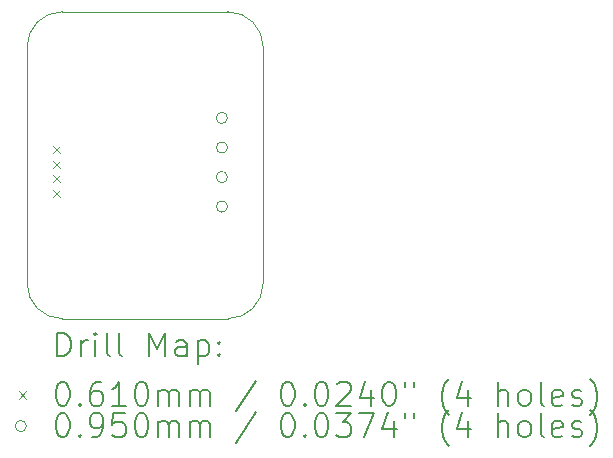
<source format=gbr>
%TF.GenerationSoftware,KiCad,Pcbnew,7.0.8*%
%TF.CreationDate,2023-12-02T16:25:20-07:00*%
%TF.ProjectId,loadcelladapter,6c6f6164-6365-46c6-9c61-646170746572,v1*%
%TF.SameCoordinates,Original*%
%TF.FileFunction,Drillmap*%
%TF.FilePolarity,Positive*%
%FSLAX45Y45*%
G04 Gerber Fmt 4.5, Leading zero omitted, Abs format (unit mm)*
G04 Created by KiCad (PCBNEW 7.0.8) date 2023-12-02 16:25:20*
%MOMM*%
%LPD*%
G01*
G04 APERTURE LIST*
%ADD10C,0.100000*%
%ADD11C,0.200000*%
%ADD12C,0.060960*%
%ADD13C,0.095000*%
G04 APERTURE END LIST*
D10*
X14100000Y-10600000D02*
X15500000Y-10600000D01*
X15800000Y-10900000D02*
X15800000Y-12900000D01*
X15500000Y-13200000D02*
X14100000Y-13200000D01*
X15500000Y-13200000D02*
G75*
G03*
X15800000Y-12900000I0J300000D01*
G01*
X14100000Y-10600000D02*
G75*
G03*
X13800000Y-10900000I0J-300000D01*
G01*
X13800000Y-12900000D02*
X13800000Y-10900000D01*
X15800000Y-10900000D02*
G75*
G03*
X15500000Y-10600000I-300000J0D01*
G01*
X13800000Y-12900000D02*
G75*
G03*
X14100000Y-13200000I300000J0D01*
G01*
D11*
D12*
X14019030Y-11735360D02*
X14079990Y-11796320D01*
X14079990Y-11735360D02*
X14019030Y-11796320D01*
X14019030Y-11860360D02*
X14079990Y-11921320D01*
X14079990Y-11860360D02*
X14019030Y-11921320D01*
X14019030Y-11985360D02*
X14079990Y-12046320D01*
X14079990Y-11985360D02*
X14019030Y-12046320D01*
X14019030Y-12110360D02*
X14079990Y-12171320D01*
X14079990Y-12110360D02*
X14019030Y-12171320D01*
D13*
X15497500Y-11500000D02*
G75*
G03*
X15497500Y-11500000I-47500J0D01*
G01*
X15497500Y-11750000D02*
G75*
G03*
X15497500Y-11750000I-47500J0D01*
G01*
X15497500Y-12000000D02*
G75*
G03*
X15497500Y-12000000I-47500J0D01*
G01*
X15497500Y-12250000D02*
G75*
G03*
X15497500Y-12250000I-47500J0D01*
G01*
D11*
X14055777Y-13516484D02*
X14055777Y-13316484D01*
X14055777Y-13316484D02*
X14103396Y-13316484D01*
X14103396Y-13316484D02*
X14131967Y-13326008D01*
X14131967Y-13326008D02*
X14151015Y-13345055D01*
X14151015Y-13345055D02*
X14160539Y-13364103D01*
X14160539Y-13364103D02*
X14170062Y-13402198D01*
X14170062Y-13402198D02*
X14170062Y-13430769D01*
X14170062Y-13430769D02*
X14160539Y-13468865D01*
X14160539Y-13468865D02*
X14151015Y-13487912D01*
X14151015Y-13487912D02*
X14131967Y-13506960D01*
X14131967Y-13506960D02*
X14103396Y-13516484D01*
X14103396Y-13516484D02*
X14055777Y-13516484D01*
X14255777Y-13516484D02*
X14255777Y-13383150D01*
X14255777Y-13421246D02*
X14265301Y-13402198D01*
X14265301Y-13402198D02*
X14274824Y-13392674D01*
X14274824Y-13392674D02*
X14293872Y-13383150D01*
X14293872Y-13383150D02*
X14312920Y-13383150D01*
X14379586Y-13516484D02*
X14379586Y-13383150D01*
X14379586Y-13316484D02*
X14370062Y-13326008D01*
X14370062Y-13326008D02*
X14379586Y-13335531D01*
X14379586Y-13335531D02*
X14389110Y-13326008D01*
X14389110Y-13326008D02*
X14379586Y-13316484D01*
X14379586Y-13316484D02*
X14379586Y-13335531D01*
X14503396Y-13516484D02*
X14484348Y-13506960D01*
X14484348Y-13506960D02*
X14474824Y-13487912D01*
X14474824Y-13487912D02*
X14474824Y-13316484D01*
X14608158Y-13516484D02*
X14589110Y-13506960D01*
X14589110Y-13506960D02*
X14579586Y-13487912D01*
X14579586Y-13487912D02*
X14579586Y-13316484D01*
X14836729Y-13516484D02*
X14836729Y-13316484D01*
X14836729Y-13316484D02*
X14903396Y-13459341D01*
X14903396Y-13459341D02*
X14970062Y-13316484D01*
X14970062Y-13316484D02*
X14970062Y-13516484D01*
X15151015Y-13516484D02*
X15151015Y-13411722D01*
X15151015Y-13411722D02*
X15141491Y-13392674D01*
X15141491Y-13392674D02*
X15122443Y-13383150D01*
X15122443Y-13383150D02*
X15084348Y-13383150D01*
X15084348Y-13383150D02*
X15065301Y-13392674D01*
X15151015Y-13506960D02*
X15131967Y-13516484D01*
X15131967Y-13516484D02*
X15084348Y-13516484D01*
X15084348Y-13516484D02*
X15065301Y-13506960D01*
X15065301Y-13506960D02*
X15055777Y-13487912D01*
X15055777Y-13487912D02*
X15055777Y-13468865D01*
X15055777Y-13468865D02*
X15065301Y-13449817D01*
X15065301Y-13449817D02*
X15084348Y-13440293D01*
X15084348Y-13440293D02*
X15131967Y-13440293D01*
X15131967Y-13440293D02*
X15151015Y-13430769D01*
X15246253Y-13383150D02*
X15246253Y-13583150D01*
X15246253Y-13392674D02*
X15265301Y-13383150D01*
X15265301Y-13383150D02*
X15303396Y-13383150D01*
X15303396Y-13383150D02*
X15322443Y-13392674D01*
X15322443Y-13392674D02*
X15331967Y-13402198D01*
X15331967Y-13402198D02*
X15341491Y-13421246D01*
X15341491Y-13421246D02*
X15341491Y-13478388D01*
X15341491Y-13478388D02*
X15331967Y-13497436D01*
X15331967Y-13497436D02*
X15322443Y-13506960D01*
X15322443Y-13506960D02*
X15303396Y-13516484D01*
X15303396Y-13516484D02*
X15265301Y-13516484D01*
X15265301Y-13516484D02*
X15246253Y-13506960D01*
X15427205Y-13497436D02*
X15436729Y-13506960D01*
X15436729Y-13506960D02*
X15427205Y-13516484D01*
X15427205Y-13516484D02*
X15417682Y-13506960D01*
X15417682Y-13506960D02*
X15427205Y-13497436D01*
X15427205Y-13497436D02*
X15427205Y-13516484D01*
X15427205Y-13392674D02*
X15436729Y-13402198D01*
X15436729Y-13402198D02*
X15427205Y-13411722D01*
X15427205Y-13411722D02*
X15417682Y-13402198D01*
X15417682Y-13402198D02*
X15427205Y-13392674D01*
X15427205Y-13392674D02*
X15427205Y-13411722D01*
D12*
X13734040Y-13814520D02*
X13795000Y-13875480D01*
X13795000Y-13814520D02*
X13734040Y-13875480D01*
D11*
X14093872Y-13736484D02*
X14112920Y-13736484D01*
X14112920Y-13736484D02*
X14131967Y-13746008D01*
X14131967Y-13746008D02*
X14141491Y-13755531D01*
X14141491Y-13755531D02*
X14151015Y-13774579D01*
X14151015Y-13774579D02*
X14160539Y-13812674D01*
X14160539Y-13812674D02*
X14160539Y-13860293D01*
X14160539Y-13860293D02*
X14151015Y-13898388D01*
X14151015Y-13898388D02*
X14141491Y-13917436D01*
X14141491Y-13917436D02*
X14131967Y-13926960D01*
X14131967Y-13926960D02*
X14112920Y-13936484D01*
X14112920Y-13936484D02*
X14093872Y-13936484D01*
X14093872Y-13936484D02*
X14074824Y-13926960D01*
X14074824Y-13926960D02*
X14065301Y-13917436D01*
X14065301Y-13917436D02*
X14055777Y-13898388D01*
X14055777Y-13898388D02*
X14046253Y-13860293D01*
X14046253Y-13860293D02*
X14046253Y-13812674D01*
X14046253Y-13812674D02*
X14055777Y-13774579D01*
X14055777Y-13774579D02*
X14065301Y-13755531D01*
X14065301Y-13755531D02*
X14074824Y-13746008D01*
X14074824Y-13746008D02*
X14093872Y-13736484D01*
X14246253Y-13917436D02*
X14255777Y-13926960D01*
X14255777Y-13926960D02*
X14246253Y-13936484D01*
X14246253Y-13936484D02*
X14236729Y-13926960D01*
X14236729Y-13926960D02*
X14246253Y-13917436D01*
X14246253Y-13917436D02*
X14246253Y-13936484D01*
X14427205Y-13736484D02*
X14389110Y-13736484D01*
X14389110Y-13736484D02*
X14370062Y-13746008D01*
X14370062Y-13746008D02*
X14360539Y-13755531D01*
X14360539Y-13755531D02*
X14341491Y-13784103D01*
X14341491Y-13784103D02*
X14331967Y-13822198D01*
X14331967Y-13822198D02*
X14331967Y-13898388D01*
X14331967Y-13898388D02*
X14341491Y-13917436D01*
X14341491Y-13917436D02*
X14351015Y-13926960D01*
X14351015Y-13926960D02*
X14370062Y-13936484D01*
X14370062Y-13936484D02*
X14408158Y-13936484D01*
X14408158Y-13936484D02*
X14427205Y-13926960D01*
X14427205Y-13926960D02*
X14436729Y-13917436D01*
X14436729Y-13917436D02*
X14446253Y-13898388D01*
X14446253Y-13898388D02*
X14446253Y-13850769D01*
X14446253Y-13850769D02*
X14436729Y-13831722D01*
X14436729Y-13831722D02*
X14427205Y-13822198D01*
X14427205Y-13822198D02*
X14408158Y-13812674D01*
X14408158Y-13812674D02*
X14370062Y-13812674D01*
X14370062Y-13812674D02*
X14351015Y-13822198D01*
X14351015Y-13822198D02*
X14341491Y-13831722D01*
X14341491Y-13831722D02*
X14331967Y-13850769D01*
X14636729Y-13936484D02*
X14522443Y-13936484D01*
X14579586Y-13936484D02*
X14579586Y-13736484D01*
X14579586Y-13736484D02*
X14560539Y-13765055D01*
X14560539Y-13765055D02*
X14541491Y-13784103D01*
X14541491Y-13784103D02*
X14522443Y-13793627D01*
X14760539Y-13736484D02*
X14779586Y-13736484D01*
X14779586Y-13736484D02*
X14798634Y-13746008D01*
X14798634Y-13746008D02*
X14808158Y-13755531D01*
X14808158Y-13755531D02*
X14817682Y-13774579D01*
X14817682Y-13774579D02*
X14827205Y-13812674D01*
X14827205Y-13812674D02*
X14827205Y-13860293D01*
X14827205Y-13860293D02*
X14817682Y-13898388D01*
X14817682Y-13898388D02*
X14808158Y-13917436D01*
X14808158Y-13917436D02*
X14798634Y-13926960D01*
X14798634Y-13926960D02*
X14779586Y-13936484D01*
X14779586Y-13936484D02*
X14760539Y-13936484D01*
X14760539Y-13936484D02*
X14741491Y-13926960D01*
X14741491Y-13926960D02*
X14731967Y-13917436D01*
X14731967Y-13917436D02*
X14722443Y-13898388D01*
X14722443Y-13898388D02*
X14712920Y-13860293D01*
X14712920Y-13860293D02*
X14712920Y-13812674D01*
X14712920Y-13812674D02*
X14722443Y-13774579D01*
X14722443Y-13774579D02*
X14731967Y-13755531D01*
X14731967Y-13755531D02*
X14741491Y-13746008D01*
X14741491Y-13746008D02*
X14760539Y-13736484D01*
X14912920Y-13936484D02*
X14912920Y-13803150D01*
X14912920Y-13822198D02*
X14922443Y-13812674D01*
X14922443Y-13812674D02*
X14941491Y-13803150D01*
X14941491Y-13803150D02*
X14970063Y-13803150D01*
X14970063Y-13803150D02*
X14989110Y-13812674D01*
X14989110Y-13812674D02*
X14998634Y-13831722D01*
X14998634Y-13831722D02*
X14998634Y-13936484D01*
X14998634Y-13831722D02*
X15008158Y-13812674D01*
X15008158Y-13812674D02*
X15027205Y-13803150D01*
X15027205Y-13803150D02*
X15055777Y-13803150D01*
X15055777Y-13803150D02*
X15074824Y-13812674D01*
X15074824Y-13812674D02*
X15084348Y-13831722D01*
X15084348Y-13831722D02*
X15084348Y-13936484D01*
X15179586Y-13936484D02*
X15179586Y-13803150D01*
X15179586Y-13822198D02*
X15189110Y-13812674D01*
X15189110Y-13812674D02*
X15208158Y-13803150D01*
X15208158Y-13803150D02*
X15236729Y-13803150D01*
X15236729Y-13803150D02*
X15255777Y-13812674D01*
X15255777Y-13812674D02*
X15265301Y-13831722D01*
X15265301Y-13831722D02*
X15265301Y-13936484D01*
X15265301Y-13831722D02*
X15274824Y-13812674D01*
X15274824Y-13812674D02*
X15293872Y-13803150D01*
X15293872Y-13803150D02*
X15322443Y-13803150D01*
X15322443Y-13803150D02*
X15341491Y-13812674D01*
X15341491Y-13812674D02*
X15351015Y-13831722D01*
X15351015Y-13831722D02*
X15351015Y-13936484D01*
X15741491Y-13726960D02*
X15570063Y-13984103D01*
X15998634Y-13736484D02*
X16017682Y-13736484D01*
X16017682Y-13736484D02*
X16036729Y-13746008D01*
X16036729Y-13746008D02*
X16046253Y-13755531D01*
X16046253Y-13755531D02*
X16055777Y-13774579D01*
X16055777Y-13774579D02*
X16065301Y-13812674D01*
X16065301Y-13812674D02*
X16065301Y-13860293D01*
X16065301Y-13860293D02*
X16055777Y-13898388D01*
X16055777Y-13898388D02*
X16046253Y-13917436D01*
X16046253Y-13917436D02*
X16036729Y-13926960D01*
X16036729Y-13926960D02*
X16017682Y-13936484D01*
X16017682Y-13936484D02*
X15998634Y-13936484D01*
X15998634Y-13936484D02*
X15979586Y-13926960D01*
X15979586Y-13926960D02*
X15970063Y-13917436D01*
X15970063Y-13917436D02*
X15960539Y-13898388D01*
X15960539Y-13898388D02*
X15951015Y-13860293D01*
X15951015Y-13860293D02*
X15951015Y-13812674D01*
X15951015Y-13812674D02*
X15960539Y-13774579D01*
X15960539Y-13774579D02*
X15970063Y-13755531D01*
X15970063Y-13755531D02*
X15979586Y-13746008D01*
X15979586Y-13746008D02*
X15998634Y-13736484D01*
X16151015Y-13917436D02*
X16160539Y-13926960D01*
X16160539Y-13926960D02*
X16151015Y-13936484D01*
X16151015Y-13936484D02*
X16141491Y-13926960D01*
X16141491Y-13926960D02*
X16151015Y-13917436D01*
X16151015Y-13917436D02*
X16151015Y-13936484D01*
X16284348Y-13736484D02*
X16303396Y-13736484D01*
X16303396Y-13736484D02*
X16322444Y-13746008D01*
X16322444Y-13746008D02*
X16331967Y-13755531D01*
X16331967Y-13755531D02*
X16341491Y-13774579D01*
X16341491Y-13774579D02*
X16351015Y-13812674D01*
X16351015Y-13812674D02*
X16351015Y-13860293D01*
X16351015Y-13860293D02*
X16341491Y-13898388D01*
X16341491Y-13898388D02*
X16331967Y-13917436D01*
X16331967Y-13917436D02*
X16322444Y-13926960D01*
X16322444Y-13926960D02*
X16303396Y-13936484D01*
X16303396Y-13936484D02*
X16284348Y-13936484D01*
X16284348Y-13936484D02*
X16265301Y-13926960D01*
X16265301Y-13926960D02*
X16255777Y-13917436D01*
X16255777Y-13917436D02*
X16246253Y-13898388D01*
X16246253Y-13898388D02*
X16236729Y-13860293D01*
X16236729Y-13860293D02*
X16236729Y-13812674D01*
X16236729Y-13812674D02*
X16246253Y-13774579D01*
X16246253Y-13774579D02*
X16255777Y-13755531D01*
X16255777Y-13755531D02*
X16265301Y-13746008D01*
X16265301Y-13746008D02*
X16284348Y-13736484D01*
X16427206Y-13755531D02*
X16436729Y-13746008D01*
X16436729Y-13746008D02*
X16455777Y-13736484D01*
X16455777Y-13736484D02*
X16503396Y-13736484D01*
X16503396Y-13736484D02*
X16522444Y-13746008D01*
X16522444Y-13746008D02*
X16531967Y-13755531D01*
X16531967Y-13755531D02*
X16541491Y-13774579D01*
X16541491Y-13774579D02*
X16541491Y-13793627D01*
X16541491Y-13793627D02*
X16531967Y-13822198D01*
X16531967Y-13822198D02*
X16417682Y-13936484D01*
X16417682Y-13936484D02*
X16541491Y-13936484D01*
X16712920Y-13803150D02*
X16712920Y-13936484D01*
X16665301Y-13726960D02*
X16617682Y-13869817D01*
X16617682Y-13869817D02*
X16741491Y-13869817D01*
X16855777Y-13736484D02*
X16874825Y-13736484D01*
X16874825Y-13736484D02*
X16893872Y-13746008D01*
X16893872Y-13746008D02*
X16903396Y-13755531D01*
X16903396Y-13755531D02*
X16912920Y-13774579D01*
X16912920Y-13774579D02*
X16922444Y-13812674D01*
X16922444Y-13812674D02*
X16922444Y-13860293D01*
X16922444Y-13860293D02*
X16912920Y-13898388D01*
X16912920Y-13898388D02*
X16903396Y-13917436D01*
X16903396Y-13917436D02*
X16893872Y-13926960D01*
X16893872Y-13926960D02*
X16874825Y-13936484D01*
X16874825Y-13936484D02*
X16855777Y-13936484D01*
X16855777Y-13936484D02*
X16836729Y-13926960D01*
X16836729Y-13926960D02*
X16827206Y-13917436D01*
X16827206Y-13917436D02*
X16817682Y-13898388D01*
X16817682Y-13898388D02*
X16808158Y-13860293D01*
X16808158Y-13860293D02*
X16808158Y-13812674D01*
X16808158Y-13812674D02*
X16817682Y-13774579D01*
X16817682Y-13774579D02*
X16827206Y-13755531D01*
X16827206Y-13755531D02*
X16836729Y-13746008D01*
X16836729Y-13746008D02*
X16855777Y-13736484D01*
X16998634Y-13736484D02*
X16998634Y-13774579D01*
X17074825Y-13736484D02*
X17074825Y-13774579D01*
X17370063Y-14012674D02*
X17360539Y-14003150D01*
X17360539Y-14003150D02*
X17341491Y-13974579D01*
X17341491Y-13974579D02*
X17331968Y-13955531D01*
X17331968Y-13955531D02*
X17322444Y-13926960D01*
X17322444Y-13926960D02*
X17312920Y-13879341D01*
X17312920Y-13879341D02*
X17312920Y-13841246D01*
X17312920Y-13841246D02*
X17322444Y-13793627D01*
X17322444Y-13793627D02*
X17331968Y-13765055D01*
X17331968Y-13765055D02*
X17341491Y-13746008D01*
X17341491Y-13746008D02*
X17360539Y-13717436D01*
X17360539Y-13717436D02*
X17370063Y-13707912D01*
X17531968Y-13803150D02*
X17531968Y-13936484D01*
X17484349Y-13726960D02*
X17436730Y-13869817D01*
X17436730Y-13869817D02*
X17560539Y-13869817D01*
X17789111Y-13936484D02*
X17789111Y-13736484D01*
X17874825Y-13936484D02*
X17874825Y-13831722D01*
X17874825Y-13831722D02*
X17865301Y-13812674D01*
X17865301Y-13812674D02*
X17846253Y-13803150D01*
X17846253Y-13803150D02*
X17817682Y-13803150D01*
X17817682Y-13803150D02*
X17798634Y-13812674D01*
X17798634Y-13812674D02*
X17789111Y-13822198D01*
X17998634Y-13936484D02*
X17979587Y-13926960D01*
X17979587Y-13926960D02*
X17970063Y-13917436D01*
X17970063Y-13917436D02*
X17960539Y-13898388D01*
X17960539Y-13898388D02*
X17960539Y-13841246D01*
X17960539Y-13841246D02*
X17970063Y-13822198D01*
X17970063Y-13822198D02*
X17979587Y-13812674D01*
X17979587Y-13812674D02*
X17998634Y-13803150D01*
X17998634Y-13803150D02*
X18027206Y-13803150D01*
X18027206Y-13803150D02*
X18046253Y-13812674D01*
X18046253Y-13812674D02*
X18055777Y-13822198D01*
X18055777Y-13822198D02*
X18065301Y-13841246D01*
X18065301Y-13841246D02*
X18065301Y-13898388D01*
X18065301Y-13898388D02*
X18055777Y-13917436D01*
X18055777Y-13917436D02*
X18046253Y-13926960D01*
X18046253Y-13926960D02*
X18027206Y-13936484D01*
X18027206Y-13936484D02*
X17998634Y-13936484D01*
X18179587Y-13936484D02*
X18160539Y-13926960D01*
X18160539Y-13926960D02*
X18151015Y-13907912D01*
X18151015Y-13907912D02*
X18151015Y-13736484D01*
X18331968Y-13926960D02*
X18312920Y-13936484D01*
X18312920Y-13936484D02*
X18274825Y-13936484D01*
X18274825Y-13936484D02*
X18255777Y-13926960D01*
X18255777Y-13926960D02*
X18246253Y-13907912D01*
X18246253Y-13907912D02*
X18246253Y-13831722D01*
X18246253Y-13831722D02*
X18255777Y-13812674D01*
X18255777Y-13812674D02*
X18274825Y-13803150D01*
X18274825Y-13803150D02*
X18312920Y-13803150D01*
X18312920Y-13803150D02*
X18331968Y-13812674D01*
X18331968Y-13812674D02*
X18341492Y-13831722D01*
X18341492Y-13831722D02*
X18341492Y-13850769D01*
X18341492Y-13850769D02*
X18246253Y-13869817D01*
X18417682Y-13926960D02*
X18436730Y-13936484D01*
X18436730Y-13936484D02*
X18474825Y-13936484D01*
X18474825Y-13936484D02*
X18493873Y-13926960D01*
X18493873Y-13926960D02*
X18503396Y-13907912D01*
X18503396Y-13907912D02*
X18503396Y-13898388D01*
X18503396Y-13898388D02*
X18493873Y-13879341D01*
X18493873Y-13879341D02*
X18474825Y-13869817D01*
X18474825Y-13869817D02*
X18446253Y-13869817D01*
X18446253Y-13869817D02*
X18427206Y-13860293D01*
X18427206Y-13860293D02*
X18417682Y-13841246D01*
X18417682Y-13841246D02*
X18417682Y-13831722D01*
X18417682Y-13831722D02*
X18427206Y-13812674D01*
X18427206Y-13812674D02*
X18446253Y-13803150D01*
X18446253Y-13803150D02*
X18474825Y-13803150D01*
X18474825Y-13803150D02*
X18493873Y-13812674D01*
X18570063Y-14012674D02*
X18579587Y-14003150D01*
X18579587Y-14003150D02*
X18598634Y-13974579D01*
X18598634Y-13974579D02*
X18608158Y-13955531D01*
X18608158Y-13955531D02*
X18617682Y-13926960D01*
X18617682Y-13926960D02*
X18627206Y-13879341D01*
X18627206Y-13879341D02*
X18627206Y-13841246D01*
X18627206Y-13841246D02*
X18617682Y-13793627D01*
X18617682Y-13793627D02*
X18608158Y-13765055D01*
X18608158Y-13765055D02*
X18598634Y-13746008D01*
X18598634Y-13746008D02*
X18579587Y-13717436D01*
X18579587Y-13717436D02*
X18570063Y-13707912D01*
D13*
X13795000Y-14109000D02*
G75*
G03*
X13795000Y-14109000I-47500J0D01*
G01*
D11*
X14093872Y-14000484D02*
X14112920Y-14000484D01*
X14112920Y-14000484D02*
X14131967Y-14010008D01*
X14131967Y-14010008D02*
X14141491Y-14019531D01*
X14141491Y-14019531D02*
X14151015Y-14038579D01*
X14151015Y-14038579D02*
X14160539Y-14076674D01*
X14160539Y-14076674D02*
X14160539Y-14124293D01*
X14160539Y-14124293D02*
X14151015Y-14162388D01*
X14151015Y-14162388D02*
X14141491Y-14181436D01*
X14141491Y-14181436D02*
X14131967Y-14190960D01*
X14131967Y-14190960D02*
X14112920Y-14200484D01*
X14112920Y-14200484D02*
X14093872Y-14200484D01*
X14093872Y-14200484D02*
X14074824Y-14190960D01*
X14074824Y-14190960D02*
X14065301Y-14181436D01*
X14065301Y-14181436D02*
X14055777Y-14162388D01*
X14055777Y-14162388D02*
X14046253Y-14124293D01*
X14046253Y-14124293D02*
X14046253Y-14076674D01*
X14046253Y-14076674D02*
X14055777Y-14038579D01*
X14055777Y-14038579D02*
X14065301Y-14019531D01*
X14065301Y-14019531D02*
X14074824Y-14010008D01*
X14074824Y-14010008D02*
X14093872Y-14000484D01*
X14246253Y-14181436D02*
X14255777Y-14190960D01*
X14255777Y-14190960D02*
X14246253Y-14200484D01*
X14246253Y-14200484D02*
X14236729Y-14190960D01*
X14236729Y-14190960D02*
X14246253Y-14181436D01*
X14246253Y-14181436D02*
X14246253Y-14200484D01*
X14351015Y-14200484D02*
X14389110Y-14200484D01*
X14389110Y-14200484D02*
X14408158Y-14190960D01*
X14408158Y-14190960D02*
X14417682Y-14181436D01*
X14417682Y-14181436D02*
X14436729Y-14152865D01*
X14436729Y-14152865D02*
X14446253Y-14114769D01*
X14446253Y-14114769D02*
X14446253Y-14038579D01*
X14446253Y-14038579D02*
X14436729Y-14019531D01*
X14436729Y-14019531D02*
X14427205Y-14010008D01*
X14427205Y-14010008D02*
X14408158Y-14000484D01*
X14408158Y-14000484D02*
X14370062Y-14000484D01*
X14370062Y-14000484D02*
X14351015Y-14010008D01*
X14351015Y-14010008D02*
X14341491Y-14019531D01*
X14341491Y-14019531D02*
X14331967Y-14038579D01*
X14331967Y-14038579D02*
X14331967Y-14086198D01*
X14331967Y-14086198D02*
X14341491Y-14105246D01*
X14341491Y-14105246D02*
X14351015Y-14114769D01*
X14351015Y-14114769D02*
X14370062Y-14124293D01*
X14370062Y-14124293D02*
X14408158Y-14124293D01*
X14408158Y-14124293D02*
X14427205Y-14114769D01*
X14427205Y-14114769D02*
X14436729Y-14105246D01*
X14436729Y-14105246D02*
X14446253Y-14086198D01*
X14627205Y-14000484D02*
X14531967Y-14000484D01*
X14531967Y-14000484D02*
X14522443Y-14095722D01*
X14522443Y-14095722D02*
X14531967Y-14086198D01*
X14531967Y-14086198D02*
X14551015Y-14076674D01*
X14551015Y-14076674D02*
X14598634Y-14076674D01*
X14598634Y-14076674D02*
X14617682Y-14086198D01*
X14617682Y-14086198D02*
X14627205Y-14095722D01*
X14627205Y-14095722D02*
X14636729Y-14114769D01*
X14636729Y-14114769D02*
X14636729Y-14162388D01*
X14636729Y-14162388D02*
X14627205Y-14181436D01*
X14627205Y-14181436D02*
X14617682Y-14190960D01*
X14617682Y-14190960D02*
X14598634Y-14200484D01*
X14598634Y-14200484D02*
X14551015Y-14200484D01*
X14551015Y-14200484D02*
X14531967Y-14190960D01*
X14531967Y-14190960D02*
X14522443Y-14181436D01*
X14760539Y-14000484D02*
X14779586Y-14000484D01*
X14779586Y-14000484D02*
X14798634Y-14010008D01*
X14798634Y-14010008D02*
X14808158Y-14019531D01*
X14808158Y-14019531D02*
X14817682Y-14038579D01*
X14817682Y-14038579D02*
X14827205Y-14076674D01*
X14827205Y-14076674D02*
X14827205Y-14124293D01*
X14827205Y-14124293D02*
X14817682Y-14162388D01*
X14817682Y-14162388D02*
X14808158Y-14181436D01*
X14808158Y-14181436D02*
X14798634Y-14190960D01*
X14798634Y-14190960D02*
X14779586Y-14200484D01*
X14779586Y-14200484D02*
X14760539Y-14200484D01*
X14760539Y-14200484D02*
X14741491Y-14190960D01*
X14741491Y-14190960D02*
X14731967Y-14181436D01*
X14731967Y-14181436D02*
X14722443Y-14162388D01*
X14722443Y-14162388D02*
X14712920Y-14124293D01*
X14712920Y-14124293D02*
X14712920Y-14076674D01*
X14712920Y-14076674D02*
X14722443Y-14038579D01*
X14722443Y-14038579D02*
X14731967Y-14019531D01*
X14731967Y-14019531D02*
X14741491Y-14010008D01*
X14741491Y-14010008D02*
X14760539Y-14000484D01*
X14912920Y-14200484D02*
X14912920Y-14067150D01*
X14912920Y-14086198D02*
X14922443Y-14076674D01*
X14922443Y-14076674D02*
X14941491Y-14067150D01*
X14941491Y-14067150D02*
X14970063Y-14067150D01*
X14970063Y-14067150D02*
X14989110Y-14076674D01*
X14989110Y-14076674D02*
X14998634Y-14095722D01*
X14998634Y-14095722D02*
X14998634Y-14200484D01*
X14998634Y-14095722D02*
X15008158Y-14076674D01*
X15008158Y-14076674D02*
X15027205Y-14067150D01*
X15027205Y-14067150D02*
X15055777Y-14067150D01*
X15055777Y-14067150D02*
X15074824Y-14076674D01*
X15074824Y-14076674D02*
X15084348Y-14095722D01*
X15084348Y-14095722D02*
X15084348Y-14200484D01*
X15179586Y-14200484D02*
X15179586Y-14067150D01*
X15179586Y-14086198D02*
X15189110Y-14076674D01*
X15189110Y-14076674D02*
X15208158Y-14067150D01*
X15208158Y-14067150D02*
X15236729Y-14067150D01*
X15236729Y-14067150D02*
X15255777Y-14076674D01*
X15255777Y-14076674D02*
X15265301Y-14095722D01*
X15265301Y-14095722D02*
X15265301Y-14200484D01*
X15265301Y-14095722D02*
X15274824Y-14076674D01*
X15274824Y-14076674D02*
X15293872Y-14067150D01*
X15293872Y-14067150D02*
X15322443Y-14067150D01*
X15322443Y-14067150D02*
X15341491Y-14076674D01*
X15341491Y-14076674D02*
X15351015Y-14095722D01*
X15351015Y-14095722D02*
X15351015Y-14200484D01*
X15741491Y-13990960D02*
X15570063Y-14248103D01*
X15998634Y-14000484D02*
X16017682Y-14000484D01*
X16017682Y-14000484D02*
X16036729Y-14010008D01*
X16036729Y-14010008D02*
X16046253Y-14019531D01*
X16046253Y-14019531D02*
X16055777Y-14038579D01*
X16055777Y-14038579D02*
X16065301Y-14076674D01*
X16065301Y-14076674D02*
X16065301Y-14124293D01*
X16065301Y-14124293D02*
X16055777Y-14162388D01*
X16055777Y-14162388D02*
X16046253Y-14181436D01*
X16046253Y-14181436D02*
X16036729Y-14190960D01*
X16036729Y-14190960D02*
X16017682Y-14200484D01*
X16017682Y-14200484D02*
X15998634Y-14200484D01*
X15998634Y-14200484D02*
X15979586Y-14190960D01*
X15979586Y-14190960D02*
X15970063Y-14181436D01*
X15970063Y-14181436D02*
X15960539Y-14162388D01*
X15960539Y-14162388D02*
X15951015Y-14124293D01*
X15951015Y-14124293D02*
X15951015Y-14076674D01*
X15951015Y-14076674D02*
X15960539Y-14038579D01*
X15960539Y-14038579D02*
X15970063Y-14019531D01*
X15970063Y-14019531D02*
X15979586Y-14010008D01*
X15979586Y-14010008D02*
X15998634Y-14000484D01*
X16151015Y-14181436D02*
X16160539Y-14190960D01*
X16160539Y-14190960D02*
X16151015Y-14200484D01*
X16151015Y-14200484D02*
X16141491Y-14190960D01*
X16141491Y-14190960D02*
X16151015Y-14181436D01*
X16151015Y-14181436D02*
X16151015Y-14200484D01*
X16284348Y-14000484D02*
X16303396Y-14000484D01*
X16303396Y-14000484D02*
X16322444Y-14010008D01*
X16322444Y-14010008D02*
X16331967Y-14019531D01*
X16331967Y-14019531D02*
X16341491Y-14038579D01*
X16341491Y-14038579D02*
X16351015Y-14076674D01*
X16351015Y-14076674D02*
X16351015Y-14124293D01*
X16351015Y-14124293D02*
X16341491Y-14162388D01*
X16341491Y-14162388D02*
X16331967Y-14181436D01*
X16331967Y-14181436D02*
X16322444Y-14190960D01*
X16322444Y-14190960D02*
X16303396Y-14200484D01*
X16303396Y-14200484D02*
X16284348Y-14200484D01*
X16284348Y-14200484D02*
X16265301Y-14190960D01*
X16265301Y-14190960D02*
X16255777Y-14181436D01*
X16255777Y-14181436D02*
X16246253Y-14162388D01*
X16246253Y-14162388D02*
X16236729Y-14124293D01*
X16236729Y-14124293D02*
X16236729Y-14076674D01*
X16236729Y-14076674D02*
X16246253Y-14038579D01*
X16246253Y-14038579D02*
X16255777Y-14019531D01*
X16255777Y-14019531D02*
X16265301Y-14010008D01*
X16265301Y-14010008D02*
X16284348Y-14000484D01*
X16417682Y-14000484D02*
X16541491Y-14000484D01*
X16541491Y-14000484D02*
X16474825Y-14076674D01*
X16474825Y-14076674D02*
X16503396Y-14076674D01*
X16503396Y-14076674D02*
X16522444Y-14086198D01*
X16522444Y-14086198D02*
X16531967Y-14095722D01*
X16531967Y-14095722D02*
X16541491Y-14114769D01*
X16541491Y-14114769D02*
X16541491Y-14162388D01*
X16541491Y-14162388D02*
X16531967Y-14181436D01*
X16531967Y-14181436D02*
X16522444Y-14190960D01*
X16522444Y-14190960D02*
X16503396Y-14200484D01*
X16503396Y-14200484D02*
X16446253Y-14200484D01*
X16446253Y-14200484D02*
X16427206Y-14190960D01*
X16427206Y-14190960D02*
X16417682Y-14181436D01*
X16608158Y-14000484D02*
X16741491Y-14000484D01*
X16741491Y-14000484D02*
X16655777Y-14200484D01*
X16903396Y-14067150D02*
X16903396Y-14200484D01*
X16855777Y-13990960D02*
X16808158Y-14133817D01*
X16808158Y-14133817D02*
X16931968Y-14133817D01*
X16998634Y-14000484D02*
X16998634Y-14038579D01*
X17074825Y-14000484D02*
X17074825Y-14038579D01*
X17370063Y-14276674D02*
X17360539Y-14267150D01*
X17360539Y-14267150D02*
X17341491Y-14238579D01*
X17341491Y-14238579D02*
X17331968Y-14219531D01*
X17331968Y-14219531D02*
X17322444Y-14190960D01*
X17322444Y-14190960D02*
X17312920Y-14143341D01*
X17312920Y-14143341D02*
X17312920Y-14105246D01*
X17312920Y-14105246D02*
X17322444Y-14057627D01*
X17322444Y-14057627D02*
X17331968Y-14029055D01*
X17331968Y-14029055D02*
X17341491Y-14010008D01*
X17341491Y-14010008D02*
X17360539Y-13981436D01*
X17360539Y-13981436D02*
X17370063Y-13971912D01*
X17531968Y-14067150D02*
X17531968Y-14200484D01*
X17484349Y-13990960D02*
X17436730Y-14133817D01*
X17436730Y-14133817D02*
X17560539Y-14133817D01*
X17789111Y-14200484D02*
X17789111Y-14000484D01*
X17874825Y-14200484D02*
X17874825Y-14095722D01*
X17874825Y-14095722D02*
X17865301Y-14076674D01*
X17865301Y-14076674D02*
X17846253Y-14067150D01*
X17846253Y-14067150D02*
X17817682Y-14067150D01*
X17817682Y-14067150D02*
X17798634Y-14076674D01*
X17798634Y-14076674D02*
X17789111Y-14086198D01*
X17998634Y-14200484D02*
X17979587Y-14190960D01*
X17979587Y-14190960D02*
X17970063Y-14181436D01*
X17970063Y-14181436D02*
X17960539Y-14162388D01*
X17960539Y-14162388D02*
X17960539Y-14105246D01*
X17960539Y-14105246D02*
X17970063Y-14086198D01*
X17970063Y-14086198D02*
X17979587Y-14076674D01*
X17979587Y-14076674D02*
X17998634Y-14067150D01*
X17998634Y-14067150D02*
X18027206Y-14067150D01*
X18027206Y-14067150D02*
X18046253Y-14076674D01*
X18046253Y-14076674D02*
X18055777Y-14086198D01*
X18055777Y-14086198D02*
X18065301Y-14105246D01*
X18065301Y-14105246D02*
X18065301Y-14162388D01*
X18065301Y-14162388D02*
X18055777Y-14181436D01*
X18055777Y-14181436D02*
X18046253Y-14190960D01*
X18046253Y-14190960D02*
X18027206Y-14200484D01*
X18027206Y-14200484D02*
X17998634Y-14200484D01*
X18179587Y-14200484D02*
X18160539Y-14190960D01*
X18160539Y-14190960D02*
X18151015Y-14171912D01*
X18151015Y-14171912D02*
X18151015Y-14000484D01*
X18331968Y-14190960D02*
X18312920Y-14200484D01*
X18312920Y-14200484D02*
X18274825Y-14200484D01*
X18274825Y-14200484D02*
X18255777Y-14190960D01*
X18255777Y-14190960D02*
X18246253Y-14171912D01*
X18246253Y-14171912D02*
X18246253Y-14095722D01*
X18246253Y-14095722D02*
X18255777Y-14076674D01*
X18255777Y-14076674D02*
X18274825Y-14067150D01*
X18274825Y-14067150D02*
X18312920Y-14067150D01*
X18312920Y-14067150D02*
X18331968Y-14076674D01*
X18331968Y-14076674D02*
X18341492Y-14095722D01*
X18341492Y-14095722D02*
X18341492Y-14114769D01*
X18341492Y-14114769D02*
X18246253Y-14133817D01*
X18417682Y-14190960D02*
X18436730Y-14200484D01*
X18436730Y-14200484D02*
X18474825Y-14200484D01*
X18474825Y-14200484D02*
X18493873Y-14190960D01*
X18493873Y-14190960D02*
X18503396Y-14171912D01*
X18503396Y-14171912D02*
X18503396Y-14162388D01*
X18503396Y-14162388D02*
X18493873Y-14143341D01*
X18493873Y-14143341D02*
X18474825Y-14133817D01*
X18474825Y-14133817D02*
X18446253Y-14133817D01*
X18446253Y-14133817D02*
X18427206Y-14124293D01*
X18427206Y-14124293D02*
X18417682Y-14105246D01*
X18417682Y-14105246D02*
X18417682Y-14095722D01*
X18417682Y-14095722D02*
X18427206Y-14076674D01*
X18427206Y-14076674D02*
X18446253Y-14067150D01*
X18446253Y-14067150D02*
X18474825Y-14067150D01*
X18474825Y-14067150D02*
X18493873Y-14076674D01*
X18570063Y-14276674D02*
X18579587Y-14267150D01*
X18579587Y-14267150D02*
X18598634Y-14238579D01*
X18598634Y-14238579D02*
X18608158Y-14219531D01*
X18608158Y-14219531D02*
X18617682Y-14190960D01*
X18617682Y-14190960D02*
X18627206Y-14143341D01*
X18627206Y-14143341D02*
X18627206Y-14105246D01*
X18627206Y-14105246D02*
X18617682Y-14057627D01*
X18617682Y-14057627D02*
X18608158Y-14029055D01*
X18608158Y-14029055D02*
X18598634Y-14010008D01*
X18598634Y-14010008D02*
X18579587Y-13981436D01*
X18579587Y-13981436D02*
X18570063Y-13971912D01*
M02*

</source>
